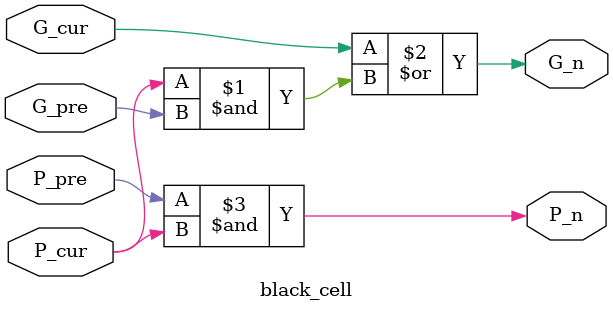
<source format=sv>
module black_cell
(
	input logic		P_pre, G_pre,
	input logic		P_cur, G_cur,
	output logic	P_n, G_n
);

	assign G_n = G_cur | ( P_cur & G_pre) ; 
	assign P_n = P_pre & P_cur ;

endmodule 
</source>
